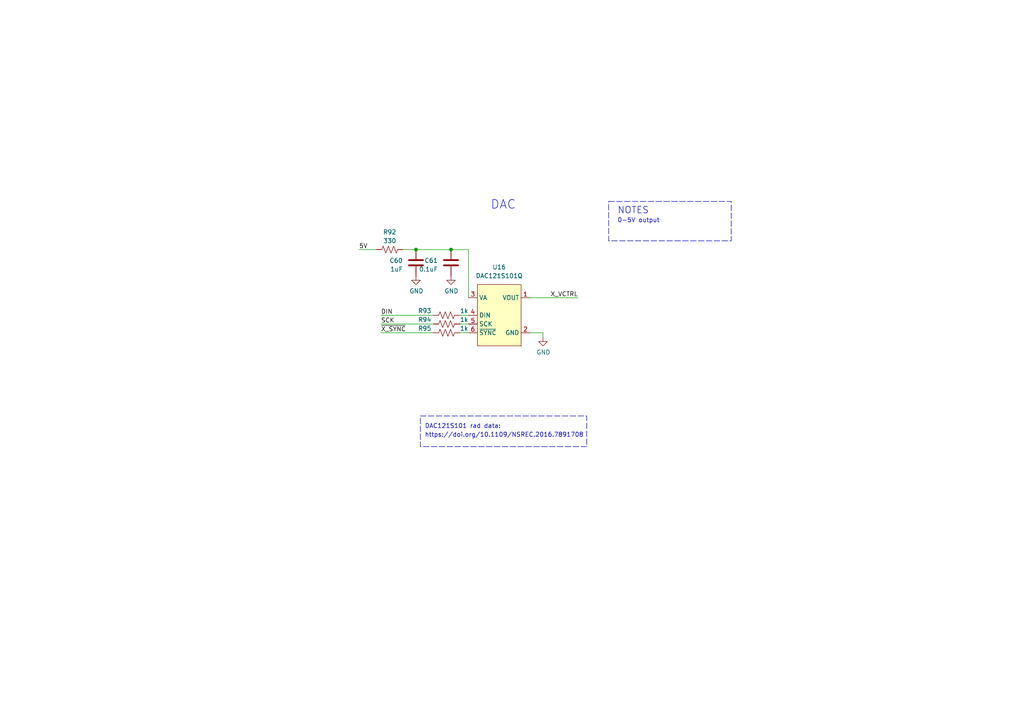
<source format=kicad_sch>
(kicad_sch (version 20230121) (generator eeschema)
  (paper "A4")
  (lib_symbols
    (symbol "Device:C" (pin_numbers hide) (pin_names (offset 0.254))
      (property "Reference" "C" (at 0.635 2.54 0))
      (property "Value" "C" (at 0.635 -2.54 0))
      (symbol "C_0_1"
        (polyline (pts (xy -2.032 -0.762) (xy 2.032 -0.762)) (stroke (width 0.508)))
        (polyline (pts (xy -2.032 0.762) (xy 2.032 0.762)) (stroke (width 0.508)))
      )
      (symbol "C_1_1"
        (pin passive line (at 0 3.81 270) (length 2.794) (name "~") (number "1"))
        (pin passive line (at 0 -3.81 90) (length 2.794) (name "~") (number "2"))
      )
    )
    (symbol "Device:R_US" (pin_numbers hide) (pin_names (offset 0))
      (property "Reference" "R" (at 2.54 0 90))
      (property "Value" "R_US" (at -2.54 0 90))
      (symbol "R_US_0_1"
        (polyline (pts (xy 0 -2.286) (xy 0 -2.54)))
        (polyline (pts (xy 0 2.286) (xy 0 2.54)))
        (polyline (pts (xy 0 -0.762) (xy 1.016 -1.143) (xy 0 -1.524) (xy -1.016 -1.905) (xy 0 -2.286)))
        (polyline (pts (xy 0 0.762) (xy 1.016 0.381) (xy 0 0) (xy -1.016 -0.381) (xy 0 -0.762)))
        (polyline (pts (xy 0 2.286) (xy 1.016 1.905) (xy 0 1.524) (xy -1.016 1.143) (xy 0 0.762)))
      )
      (symbol "R_US_1_1"
        (pin passive line (at 0 3.81 270) (length 1.27) (name "~") (number "1"))
        (pin passive line (at 0 -3.81 90) (length 1.27) (name "~") (number "2"))
      )
    )
    (symbol "SierraLobo:DAC121S101Q"
      (property "Reference" "U" (at 0 3.81 0))
      (property "Value" "DAC121S101Q" (at 0 1.27 0))
      (property "Manufacturer" "Texas Instruments" (at 0 0 0))
      (property "Mfr. Part No" "DAC121S101QCMK/NOPB" (at 0 0 0))
      (symbol "DAC121S101Q_0_0"
        (pin output line (at 8.89 -3.81 180) (length 2.54) (name "VOUT") (number "1"))
        (pin output line (at 8.89 -13.97 180) (length 2.54) (name "GND") (number "2"))
        (pin output line (at -8.89 -3.81 0) (length 2.54) (name "VA") (number "3"))
        (pin output line (at -8.89 -8.89 0) (length 2.54) (name "DIN") (number "4"))
        (pin output line (at -8.89 -11.43 0) (length 2.54) (name "SCK") (number "5"))
        (pin output line (at -8.89 -13.97 0) (length 2.54) (name "~{SYNC}") (number "6"))
      )
      (symbol "DAC121S101Q_0_1"
        (rectangle (start 6.35 -17.78) (end 6.35 -17.78))
      )
      (symbol "DAC121S101Q_1_1"
        (rectangle (start -6.35 0) (end 6.35 -17.78) (fill (type background)))
      )
    )
    (symbol "power:GND" (power) (pin_names (offset 0))
      (property "Value" "GND" (at 0 -3.81 0))
      (symbol "GND_0_1"
        (polyline (pts (xy 0 0) (xy 0 -1.27) (xy 1.27 -1.27) (xy 0 -2.54) (xy -1.27 -1.27) (xy 0 -1.27)))
      )
      (symbol "GND_1_1"
        (pin power_in line (at 0 0 270) (length 0) hide (name "GND") (number "1"))
      )
    )
  )
  (junction (at 120.65 72.39))
  (junction (at 130.81 72.39))
  (wire (pts (xy 135.89 72.39) (xy 135.89 86.36)))
  (wire (pts (xy 153.67 96.52) (xy 157.48 96.52)))
  (wire (pts (xy 110.49 96.52) (xy 125.73 96.52)))
  (wire (pts (xy 120.65 72.39) (xy 130.81 72.39)))
  (wire (pts (xy 110.49 93.98) (xy 125.73 93.98)))
  (wire (pts (xy 133.35 96.52) (xy 135.89 96.52)))
  (wire (pts (xy 104.14 72.39) (xy 109.22 72.39)))
  (wire (pts (xy 157.48 96.52) (xy 157.48 97.79)))
  (wire (pts (xy 130.81 72.39) (xy 135.89 72.39)))
  (wire (pts (xy 116.84 72.39) (xy 120.65 72.39)))
  (wire (pts (xy 153.67 86.36) (xy 167.64 86.36)))
  (wire (pts (xy 133.35 91.44) (xy 135.89 91.44)))
  (wire (pts (xy 110.49 91.44) (xy 125.73 91.44)))
  (wire (pts (xy 133.35 93.98) (xy 135.89 93.98)))
  (rectangle (start 176.53 58.42) (end 212.09 69.85) (stroke (width 0) (type dash)))
  (rectangle (start 121.92 120.65) (end 170.18 129.54) (stroke (width 0) (type dash)))
  (text "DAC121S101 rad data:" (at 123.19 124.46 0) (effects (font (size 1.27 1.27)) (justify left bottom)))
  (text "DAC" (at 142.24 60.96 0) (effects (font (size 2.54 2.54)) (justify left bottom)))
  (text "0-5V output\n" (at 179.07 64.77 0) (effects (font (size 1.27 1.27)) (justify left bottom)))
  (text "NOTES" (at 179.07 62.23 0) (effects (font (size 1.905 1.905)) (justify left bottom)))
  (text "https://doi.org/10.1109/NSREC.2016.7891708" (at 123.19 127 0) (effects (font (size 1.27 1.27)) (justify left bottom)))
  (label "X_VCTRL" (at 167.64 86.36 180))
  (label "~{X_SYNC}" (at 110.49 96.52 0))
  (label "DIN" (at 110.49 91.44 0))
  (label "5V" (at 104.14 72.39 0))
  (label "SCK" (at 110.49 93.98 0))
  (symbol (lib_id "Device:R_US") (at 129.54 93.98 90) (unit 1)
    (property "Reference" "R94" (at 123.19 92.71 90))
    (property "Value" "1k" (at 134.62 92.71 90))
    (property "Footprint" "Resistor_SMD:R_0402_1005Metric" (effects hide))
    (instances (project "magnetotorqer-drive-board" (path "" (reference "R94") (unit 1)) (path "" (reference "R17") (unit 1)) (path "" (reference "R26") (unit 1)) (path "" (reference "R34") (unit 1))) (project "payload-interface-board" (path "" (reference "R11") (unit 1)) (path "" (reference "R143") (unit 1))))
  )
  (symbol (lib_id "Device:C") (at 130.81 76.2 0) (mirror y) (unit 1)
    (property "Reference" "C61" (at 127 75.565 0) (effects (justify left)))
    (property "Value" "0.1uF" (at 127 78.105 0) (effects (justify left)))
    (property "Footprint" "Capacitor_SMD:C_0402_1005Metric" (effects hide))
    (property "Manufacturer" "TDK" (effects hide))
    (property "Mfr. Part No" "CGA2B3X7R1H104K050BE" (effects hide))
    (property "Description" "CAP CER 0.1UF 50V X7R 0402" (effects hide))
    (instances (project "magnetotorqer-drive-board" (path "" (reference "C61") (unit 1)) (path "" (reference "C21") (unit 1)) (path "" (reference "C26") (unit 1)) (path "" (reference "C31") (unit 1))) (project "payload-interface-board" (path "" (reference "C61") (unit 1))))
  )
  (symbol (lib_id "power:GND") (at 130.81 80.01 0) (unit 1)
    (property "Reference" "#PWR018" (effects hide))
    (property "Value" "GND" (at 130.937 84.4042 0))
    (instances (project "RP2040_minimal" (path "" (reference "#PWR018") (unit 1))) (project "magnetotorqer-drive-board" (path "" (reference "#PWR074") (unit 1)) (path "" (reference "#PWR029") (unit 1)) (path "" (reference "#PWR039") (unit 1)) (path "" (reference "#PWR047") (unit 1))) (project "payload-interface-board" (path "" (reference "#PWR0110") (unit 1))))
  )
  (symbol (lib_id "power:GND") (at 157.48 97.79 0) (unit 1)
    (property "Reference" "#PWR018" (effects hide))
    (property "Value" "GND" (at 157.607 102.1842 0))
    (instances (project "RP2040_minimal" (path "" (reference "#PWR018") (unit 1))) (project "magnetotorqer-drive-board" (path "" (reference "#PWR086") (unit 1)) (path "" (reference "#PWR030") (unit 1)) (path "" (reference "#PWR040") (unit 1)) (path "" (reference "#PWR048") (unit 1))) (project "payload-interface-board" (path "" (reference "#PWR0111") (unit 1))))
  )
  (symbol (lib_id "power:GND") (at 120.65 80.01 0) (unit 1)
    (property "Reference" "#PWR018" (effects hide))
    (property "Value" "GND" (at 120.777 84.4042 0))
    (instances (project "RP2040_minimal" (path "" (reference "#PWR018") (unit 1))) (project "magnetotorqer-drive-board" (path "" (reference "#PWR073") (unit 1)) (path "" (reference "#PWR028") (unit 1)) (path "" (reference "#PWR038") (unit 1)) (path "" (reference "#PWR046") (unit 1))) (project "payload-interface-board" (path "" (reference "#PWR0109") (unit 1))))
  )
  (symbol (lib_id "Device:C") (at 120.65 76.2 0) (mirror y) (unit 1)
    (property "Reference" "C60" (at 116.84 75.565 0) (effects (justify left)))
    (property "Value" "1uF" (at 116.84 78.105 0) (effects (justify left)))
    (property "Footprint" "Capacitor_SMD:C_0603_1608Metric" (effects hide))
    (instances (project "magnetotorqer-drive-board" (path "" (reference "C60") (unit 1)) (path "" (reference "C20") (unit 1)) (path "" (reference "C25") (unit 1)) (path "" (reference "C30") (unit 1))) (project "payload-interface-board" (path "" (reference "C60") (unit 1))))
  )
  (symbol (lib_id "Device:R_US") (at 113.03 72.39 90) (unit 1)
    (property "Reference" "R92" (at 113.03 67.31 90))
    (property "Value" "330" (at 113.03 69.85 90))
    (property "Footprint" "Resistor_SMD:R_0603_1608Metric" (effects hide))
    (instances (project "magnetotorqer-drive-board" (path "" (reference "R92") (unit 1)) (path "" (reference "R15") (unit 1)) (path "" (reference "R24") (unit 1)) (path "" (reference "R32") (unit 1))) (project "payload-interface-board" (path "" (reference "R140") (unit 1))))
  )
  (symbol (lib_id "Device:R_US") (at 129.54 96.52 90) (unit 1)
    (property "Reference" "R95" (at 123.19 95.25 90))
    (property "Value" "1k" (at 134.62 95.25 90))
    (property "Footprint" "Resistor_SMD:R_0402_1005Metric" (effects hide))
    (instances (project "magnetotorqer-drive-board" (path "" (reference "R95") (unit 1)) (path "" (reference "R18") (unit 1)) (path "" (reference "R27") (unit 1)) (path "" (reference "R35") (unit 1))) (project "payload-interface-board" (path "" (reference "R11") (unit 1)) (path "" (reference "R144") (unit 1))))
  )
  (symbol (lib_id "Device:R_US") (at 129.54 91.44 90) (unit 1)
    (property "Reference" "R93" (at 123.19 90.17 90))
    (property "Value" "1k" (at 134.62 90.17 90))
    (property "Footprint" "Resistor_SMD:R_0402_1005Metric" (effects hide))
    (instances (project "magnetotorqer-drive-board" (path "" (reference "R93") (unit 1)) (path "" (reference "R16") (unit 1)) (path "" (reference "R25") (unit 1)) (path "" (reference "R33") (unit 1))) (project "payload-interface-board" (path "" (reference "R11") (unit 1)) (path "" (reference "R142") (unit 1))))
  )
  (symbol (lib_id "SierraLobo:DAC121S101Q") (at 144.78 82.55 0) (unit 1)
    (property "Reference" "U16" (at 144.78 77.47 0))
    (property "Value" "DAC121S101Q" (at 144.78 80.01 0))
    (property "Footprint" "Package_TO_SOT_SMD:TSOT-23-6" (effects hide))
    (property "Datasheet" "https://www.ti.com/lit/ds/symlink/dac121s101.pdf?HQS=dis-dk-null-digikeymode-dsf-pf-null-wwe&ts=1687543199833&ref_url=https%253A%252F%252Fwww.ti.com%252Fgeneral%252Fdocs%252Fsuppproductinfo.tsp%253FdistId%253D10%2526gotoUrl%253Dhttps%253A%252F%252Fwww.ti.com%252Flit%252Fgpn%252Fdac121s101" (effects hide))
    (property "Manufacturer" "Texas Instruments" (effects hide))
    (property "Mfr. Part No" "DAC121S101QCMK/NOPB" (effects hide))
    (property "Description" "IC DAC 12BIT V-OUT TSOT23-6" (effects hide))
    (instances (project "magnetotorqer-drive-board" (path "" (reference "U16") (unit 1)) (path "" (reference "U5") (unit 1)) (path "" (reference "U8") (unit 1)) (path "" (reference "U11") (unit 1))) (project "payload-interface-board" (path "" (reference "U20") (unit 1))))
  )
)
</source>
